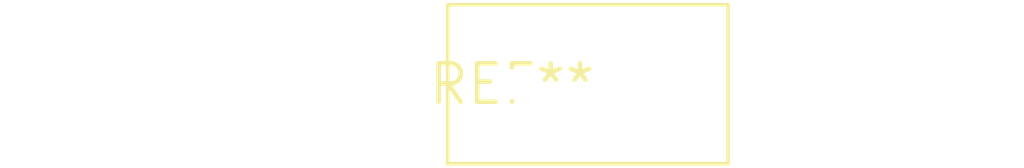
<source format=kicad_pcb>
(kicad_pcb (version 20240108) (generator pcbnew)
  (layers (0 "F.Cu" signal) (31 "B.Cu" signal) (34 "B.Paste" user) (35 "F.Paste" user) (36 "B.SilkS" user "B.Silkscreen") (37 "F.SilkS" user "F.Silkscreen") (38 "B.Mask" user) (39 "F.Mask" user) (44 "Edge.Cuts" user))
  (net 0 "")
  (footprint "C_Disc_D9.0mm_W5.0mm_P5.00mm" (layer "F.Cu") (at 0 0)
    (property "Reference" "REF**")
    (property "Value" "C_Disc_D9.0mm_W5.0mm_P5.00mm")
    (fp_line (start -2.12 -2.62) (end -2.12 2.62) (layer "F.SilkS") (stroke (width 0.12)))
    (fp_line (start -2.12 -2.62) (end 7.12 -2.62) (layer "F.SilkS") (stroke (width 0.12)))
    (fp_line (start -2.12 2.62) (end 7.12 2.62) (layer "F.SilkS") (stroke (width 0.12)))
    (fp_line (start 7.12 -2.62) (end 7.12 2.62) (layer "F.SilkS") (stroke (width 0.12)))
    (pad "1" thru_hole circle (at 0 0) (size 2 2) (drill 1) (layers *.Cu *.Mask) (remove_unused_layers))
    (pad "2" thru_hole circle (at 5 0) (size 2 2) (drill 1) (layers *.Cu *.Mask) (remove_unused_layers))
  )
)
</source>
